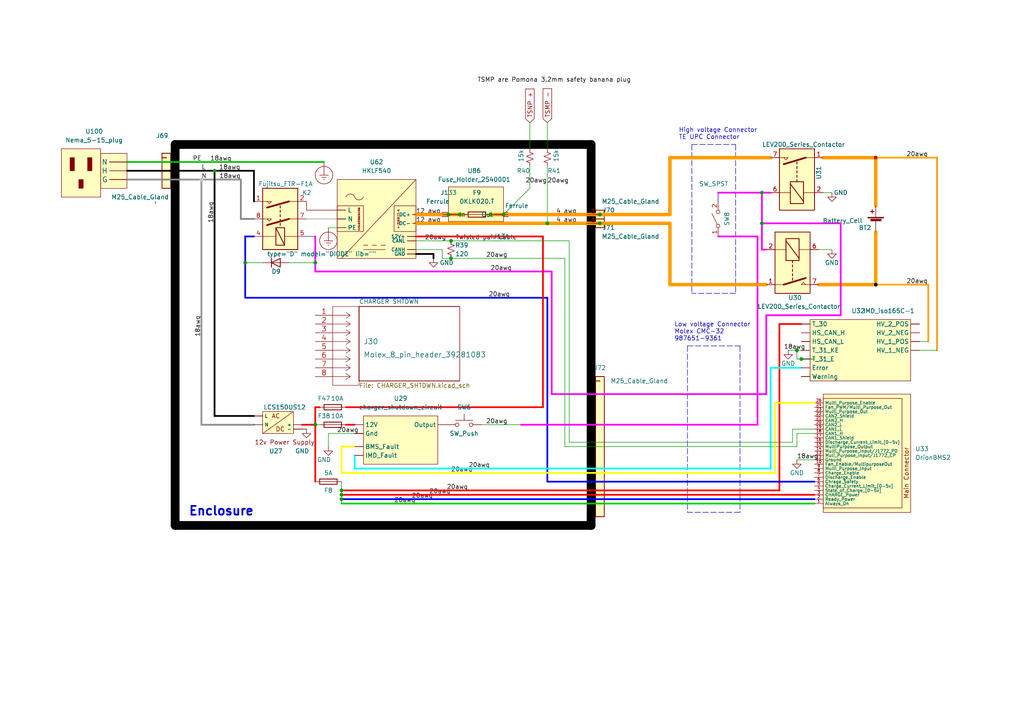
<source format=kicad_sch>
(kicad_sch (version 20211123) (generator eeschema)
  (paper "A4")
  (lib_symbols
    (symbol "BMSOrion2:IMD_iso165C-1"
      (property "Reference" "U" (at 5.08 -8.89 0))
      (property "Value" "IMD_iso165C-1" (at 5.08 11.43 0))
      (symbol "IMD_iso165C-1_0_1"
        (rectangle (start -8.89 10.16) (end 20.32 -7.62) (fill (type background)))
      )
      (symbol "IMD_iso165C-1_1_0"
        (pin output line (at -11.43 -3.81 0) (length 2.54) (name "Error") (number ""))
        (pin bidirectional line (at -11.43 6.35 0) (length 2.54) (name "HS_CAN_H") (number ""))
        (pin bidirectional line (at -11.43 3.81 0) (length 2.54) (name "HS_CAN_L") (number ""))
        (pin input line (at 22.86 1.27 180) (length 2.54) (name "HV_1_NEG") (number ""))
        (pin input line (at 22.86 3.81 180) (length 2.54) (name "HV_1_POS") (number ""))
        (pin input line (at 22.86 6.35 180) (length 2.54) (name "HV_2_NEG") (number ""))
        (pin input line (at 22.86 8.89 180) (length 2.54) (name "HV_2_POS") (number ""))
        (pin input line (at -11.43 8.89 0) (length 2.54) (name "T_30") (number ""))
        (pin input line (at -11.43 -1.27 0) (length 2.54) (name "T_31_E") (number ""))
        (pin input line (at -11.43 1.27 0) (length 2.54) (name "T_31_KE") (number ""))
        (pin output line (at -11.43 -6.35 0) (length 2.54) (name "Warning") (number ""))
      )
    )
    (symbol "BMSOrion2:LEV200_Series_Contactor"
      (property "Reference" "U" (at 0 0 0))
      (property "Value" "LEV200_Series_Contactor" (at 20.32 7.62 0))
      (symbol "LEV200_Series_Contactor_0_0"
        (polyline (pts (xy 5.08 12.7) (xy 5.08 10.16) (xy 4.445 10.795) (xy 5.08 11.43)))
      )
      (symbol "LEV200_Series_Contactor_0_1"
        (rectangle (start -10.16 12.7) (end 7.62 2.54) (stroke (width 0.254)) (fill (type background)))
        (rectangle (start -8.255 9.525) (end -1.905 5.715) (stroke (width 0.254)))
        (polyline (pts (xy -7.62 5.715) (xy -2.54 9.525)) (stroke (width 0.254)))
        (polyline (pts (xy -5.08 2.54) (xy -5.08 5.715)))
        (polyline (pts (xy -5.08 12.7) (xy -5.08 9.525)))
        (polyline (pts (xy -1.905 7.62) (xy -1.27 7.62)) (stroke (width 0.254)))
        (polyline (pts (xy -0.635 7.62) (xy 0 7.62)) (stroke (width 0.254)))
        (polyline (pts (xy 0.635 7.62) (xy 1.27 7.62)) (stroke (width 0.254)))
        (polyline (pts (xy 1.905 7.62) (xy 2.54 7.62)) (stroke (width 0.254)))
        (polyline (pts (xy 3.175 7.62) (xy 3.81 7.62)) (stroke (width 0.254)))
        (polyline (pts (xy 5.08 5.08) (xy 3.175 11.43)) (stroke (width 0.508)))
        (polyline (pts (xy 5.08 5.08) (xy 5.08 2.54)))
      )
      (symbol "LEV200_Series_Contactor_1_1"
        (pin passive line (at 5.08 0 90) (length 2.54) (name "~") (number "1"))
        (pin passive line (at 5.08 0 90) (length 2.54) hide (name "~") (number "14"))
        (pin passive line (at -5.08 0 90) (length 2.54) (name "~") (number "2"))
        (pin passive line (at -5.08 15.24 270) (length 2.54) (name "~") (number "6"))
        (pin passive line (at 5.08 15.24 270) (length 2.54) (name "~") (number "7"))
        (pin passive line (at 5.08 15.24 270) (length 2.54) hide (name "~") (number "8"))
      )
    )
    (symbol "BMSOrion2:SMPS1"
      (property "Reference" "U2" (at -1.27 -7.62 0))
      (property "Value" "LCS150US12" (at 1.27 5.08 0))
      (symbol "SMPS1_0_0"
        (text "12v Power Supply" (at 1.27 -5.08 0) (effects (font (size 1.27 1.27))))
        (text "AC" (at -1.27 2.54 0) (effects (font (size 1.27 1.27))))
        (text "DC" (at 0 -1.27 0) (effects (font (size 1.27 1.27))))
      )
      (symbol "SMPS1_0_1"
        (rectangle (start -5.08 3.81) (end 3.81 -2.54) (fill (type background)))
        (polyline (pts (xy -5.08 -2.54) (xy 3.81 3.81)))
      )
      (symbol "SMPS1_1_1"
        (pin output line (at 6.35 0 180) (length 2.54) (name "+") (number ""))
        (pin output line (at 6.35 -1.27 180) (length 2.54) (name "-") (number ""))
        (pin input line (at -7.62 2.54 0) (length 2.54) (name "L") (number ""))
        (pin input line (at -7.62 0 0) (length 2.54) (name "N") (number ""))
      )
    )
    (symbol "BMSOrion2:charger_shutdown_circuit"
      (property "Reference" "U" (at -7.62 7.62 0))
      (property "Value" "charger_shutdown_circuit" (at -7.62 24.13 0))
      (symbol "charger_shutdown_circuit_0_1"
        (rectangle (start -19.05 22.86) (end 2.54 8.89) (fill (type background)))
      )
      (symbol "charger_shutdown_circuit_1_1"
        (pin input line (at -21.59 20.32 0) (length 2.54) (name "12V") (number ""))
        (pin input line (at -21.59 13.97 0) (length 2.54) (name "BMS_Fault") (number ""))
        (pin input line (at -21.59 17.78 0) (length 2.54) (name "Gnd") (number ""))
        (pin input line (at -21.59 11.43 0) (length 2.54) (name "IMD_Fault") (number ""))
        (pin output line (at 5.08 20.32 180) (length 2.54) (name "Output") (number ""))
      )
    )
    (symbol "BMSOrion:OrionBMS2"
      (property "Reference" "U?" (at 3.81 -16.5099 0))
      (property "Value" "OrionBMS2" (at 3.81 -19.0499 0))
      (symbol "OrionBMS2_0_0"
        (text "Main Connector" (at -20.32 -6.35 0) (effects (font (size 1.27 1.27))))
      )
      (symbol "OrionBMS2_0_1"
        (rectangle (start -31.75 -5.08) (end 2.54 -30.48) (fill (type background)))
        (rectangle (start -30.48 -7.62) (end 1.27 -30.48) (fill (type background)))
      )
      (symbol "OrionBMS2_1_1"
        (pin input line (at -29.21 -33.02 90) (length 2.54) (name "Always_On") (number "1"))
        (pin output line (at -17.78 -33.02 90) (length 2.54) (name "Fan_Enable/MultipurposeOut") (number "10"))
        (pin passive line (at -16.51 -33.02 90) (length 2.54) (name "Ground") (number "12"))
        (pin input line (at -15.24 -33.02 90) (length 2.54) (name "Muli_Purpose_Input/J1772_CP") (number "13"))
        (pin input line (at -13.97 -33.02 90) (length 2.54) (name "Multi_Purpose_Input/J1772_PD") (number "14"))
        (pin output line (at -12.7 -33.02 90) (length 2.54) (name "MultiPurpose_Output") (number "15"))
        (pin output line (at -11.43 -33.02 90) (length 2.54) (name "Discharge_Current_Limit_[0-5v]") (number "16"))
        (pin bidirectional line (at -10.16 -33.02 90) (length 2.54) (name "CAN1_Shield") (number "17"))
        (pin bidirectional line (at -8.89 -33.02 90) (length 2.54) (name "CAN1_H") (number "18"))
        (pin bidirectional line (at -7.62 -33.02 90) (length 2.54) (name "CAN1_L") (number "19"))
        (pin input line (at -27.94 -33.02 90) (length 2.54) (name "Ready_Power") (number "2"))
        (pin bidirectional line (at -6.35 -33.02 90) (length 2.54) (name "CAN2_L") (number "20"))
        (pin bidirectional line (at -5.08 -33.02 90) (length 2.54) (name "CAN2_H") (number "21"))
        (pin bidirectional line (at -3.81 -33.02 90) (length 2.54) (name "CAN2_Shield") (number "22"))
        (pin output line (at -2.54 -33.02 90) (length 2.54) (name "Multi_Purpose_Out") (number "23"))
        (pin output line (at -1.27 -33.02 90) (length 2.54) (name "Fan_PWM/Multi_Purpose_Out") (number "24"))
        (pin output line (at 0 -33.02 90) (length 2.54) (name "Multi_Purpose_Enable") (number "26"))
        (pin input line (at -26.67 -33.02 90) (length 2.54) (name "CHARGE_Power") (number "3"))
        (pin output line (at -25.4 -33.02 90) (length 2.54) (name "State_of_Charge_[0-5v]") (number "4"))
        (pin output line (at -24.13 -33.02 90) (length 2.54) (name "Charge_Current_Limit_[0-5v]") (number "5"))
        (pin output line (at -22.86 -33.02 90) (length 2.54) (name "Chrage_Safety") (number "6"))
        (pin output line (at -21.59 -33.02 90) (length 2.54) (name "Discharge_Enable") (number "7"))
        (pin output line (at -20.32 -33.02 90) (length 2.54) (name "Charge_Enable") (number "8"))
        (pin input line (at -19.05 -33.02 90) (length 2.54) (name "Multi_Purpose_Input") (number "9"))
      )
    )
    (symbol "Device:Battery_Cell" (pin_numbers hide) (pin_names (offset 0) hide)
      (property "Reference" "BT" (at 2.54 2.54 0))
      (property "Value" "Battery_Cell" (at 2.54 0 0))
      (symbol "Battery_Cell_0_1"
        (rectangle (start -2.286 1.778) (end 2.286 1.524) (fill (type outline)))
        (rectangle (start -1.5748 1.1938) (end 1.4732 0.6858) (fill (type outline)))
        (polyline (pts (xy 0 0.762) (xy 0 0)))
        (polyline (pts (xy 0 1.778) (xy 0 2.54)))
        (polyline (pts (xy 0.508 3.429) (xy 1.524 3.429)) (stroke (width 0.254)))
        (polyline (pts (xy 1.016 3.937) (xy 1.016 2.921)) (stroke (width 0.254)))
      )
      (symbol "Battery_Cell_1_1"
        (pin passive line (at 0 5.08 270) (length 2.54) (name "+") (number "1"))
        (pin passive line (at 0 -2.54 90) (length 2.54) (name "-") (number "2"))
      )
    )
    (symbol "Device:Fuse" (pin_numbers hide) (pin_names (offset 0))
      (property "Reference" "F" (at 2.032 0 90))
      (property "Value" "Fuse" (at -1.905 0 90))
      (symbol "Fuse_0_1"
        (rectangle (start -0.762 -2.54) (end 0.762 2.54) (stroke (width 0.254)))
        (polyline (pts (xy 0 2.54) (xy 0 -2.54)))
      )
      (symbol "Fuse_1_1"
        (pin passive line (at 0 3.81 270) (length 1.27) (name "~") (number "1"))
        (pin passive line (at 0 -3.81 90) (length 1.27) (name "~") (number "2"))
      )
    )
    (symbol "Device:R_Small_US" (pin_numbers hide) (pin_names (offset 0.254) hide)
      (property "Reference" "R" (at 0.762 0.508 0))
      (property "Value" "R_Small_US" (at 0.762 -1.016 0))
      (symbol "R_Small_US_1_1"
        (polyline (pts (xy 0 0) (xy 1.016 -0.381) (xy 0 -0.762) (xy -1.016 -1.143) (xy 0 -1.524)))
        (polyline (pts (xy 0 1.524) (xy 1.016 1.143) (xy 0 0.762) (xy -1.016 0.381) (xy 0 0)))
        (pin passive line (at 0 2.54 270) (length 1.016) (name "~") (number "1"))
        (pin passive line (at 0 -2.54 90) (length 1.016) (name "~") (number "2"))
      )
    )
    (symbol "FSAE DMS-23 Components:Ferrule" (pin_numbers hide) (pin_names (offset 1.016) hide)
      (property "Reference" "J" (at 0 2.54 0))
      (property "Value" "Ferrule" (at 0 -2.54 0))
      (symbol "Ferrule_0_1"
        (polyline (pts (xy 0 -0.635) (xy 3.81 -0.635)))
        (polyline (pts (xy 0 0.635) (xy 0 -0.635)))
        (polyline (pts (xy 0 0.635) (xy 3.81 0.635)))
      )
      (symbol "Ferrule_1_1"
        (polyline (pts (xy 1.27 0) (xy 0.8636 0)) (stroke (width 0.1524)))
        (rectangle (start 0.8636 0.127) (end 0 -0.127) (stroke (width 0.1524)) (fill (type outline)))
        (pin passive line (at 5.08 0 180) (length 5) (name "Pin_1") (number "1"))
      )
    )
    (symbol "FSAE DMS-23 Components:Fuse_Holder_2540001"
      (property "Reference" "U" (at -9 4 0))
      (property "Value" "Fuse_Holder_2540001" (at 0 9 0))
      (symbol "Fuse_Holder_2540001_0_1"
        (rectangle (start -7 8) (end 9 -2) (fill (type background)))
      )
      (symbol "Fuse_Holder_2540001_1_1"
        (pin input line (at -7 0 0) (length 2.54) (name "In") (number ""))
        (pin output line (at 9 0 180) (length 2.54) (name "Out") (number ""))
      )
    )
    (symbol "FSAE DMS-23 Components:HKLF540"
      (property "Reference" "U28" (at 1.27 -6.35 0))
      (property "Value" "HKLF540" (at 0 13.97 0))
      (symbol "HKLF540_0_0"
        (rectangle (start -10.16 10.16) (end -2.54 2.7))
        (rectangle (start 6.35 10.16) (end 12.7 2.7) (fill (type background)))
        (text "4-2103177-5" (at 7.62 6.35 900) (effects (font (size 0.5 0.5))))
        (text "HVSL633063A106I" (at -3.81 6.35 900) (effects (font (size 0.5 0.5))))
      )
      (symbol "HKLF540_0_1"
        (rectangle (start -10.16 17.78) (end 12.7 -5.08) (fill (type background)))
        (arc (start -5.08 12.7001) (mid -6.35 13.5721) (end -7.62 12.7001))
        (arc (start -5.08 12.6999) (mid -3.81 11.8716) (end -2.54 12.6999))
        (polyline (pts (xy -2.54 -2.54) (xy 3.81 -2.54)))
        (polyline (pts (xy -2.54 -1.27) (xy -1.27 -1.27)))
        (polyline (pts (xy 0 -1.27) (xy 1.27 -1.27)))
        (polyline (pts (xy 2.54 -1.27) (xy 3.81 -1.27)))
        (polyline (pts (xy 12.7 17.78) (xy -8.89 -5.08)))
      )
      (symbol "HKLF540_1_0"
        (pin output line (at 12.7 7.62 180) (length 1) (name "DC+") (number ""))
        (pin output line (at 12.7 5.08 180) (length 1) (name "DC-") (number ""))
        (pin input line (at -10.16 8.89 0) (length 2.54) (name "L") (number ""))
        (pin input line (at -10.16 6.35 0) (length 2.54) (name "N") (number ""))
        (pin input line (at -10.16 3.81 0) (length 2.54) (name "PE") (number ""))
      )
      (symbol "HKLF540_1_1"
        (pin bidirectional line (at 12.7 1.27 180) (length 2.54) (name "12V+") (number ""))
        (pin bidirectional line (at 12.7 -2.54 180) (length 2.54) (name "CANH") (number ""))
        (pin bidirectional line (at 12.7 0 180) (length 2.54) (name "CANL") (number ""))
        (pin bidirectional line (at 12.7 -3.81 180) (length 2.54) (name "GND") (number ""))
      )
    )
    (symbol "FSAE DMS-23 Components:M25_Cable_Gland" (pin_names (offset 1.016) hide)
      (property "Reference" "J?" (at -1.2065 6.35 0))
      (property "Value" "M25_Cable_Gland" (at -1.2065 3.81 0))
      (symbol "M25_Cable_Gland_1_1"
        (rectangle (start -1.27 0.127) (end 0 -0.127) (stroke (width 0.1524)))
        (rectangle (start -1.27 1.27) (end 1.27 -8.89) (stroke (width 0.254)) (fill (type background)))
      )
    )
    (symbol "FSAE DMS-23 Components:Molex_8_pin_header_39281083" (pin_names (offset 0.254) hide)
      (property "Reference" "J" (at 8.89 6.35 0))
      (property "Value" "Molex_8_pin_header_39281083" (at 10.16 -10.16 0))
      (symbol "Molex_8_pin_header_39281083_1_1"
        (polyline (pts (xy 5.08 -20.32) (xy 12.7 -20.32)) (stroke (width 0.127)))
        (polyline (pts (xy 5.08 2.54) (xy 5.08 -20.32)) (stroke (width 0.127)))
        (polyline (pts (xy 10.16 -17.78) (xy 5.08 -17.78)) (stroke (width 0.127)))
        (polyline (pts (xy 10.16 -17.78) (xy 8.89 -18.6182)) (stroke (width 0.127)))
        (polyline (pts (xy 10.16 -17.78) (xy 8.89 -16.9418)) (stroke (width 0.127)))
        (polyline (pts (xy 10.16 -15.24) (xy 5.08 -15.24)) (stroke (width 0.127)))
        (polyline (pts (xy 10.16 -15.24) (xy 8.89 -16.0782)) (stroke (width 0.127)))
        (polyline (pts (xy 10.16 -15.24) (xy 8.89 -14.4018)) (stroke (width 0.127)))
        (polyline (pts (xy 10.16 -12.7) (xy 5.08 -12.7)) (stroke (width 0.127)))
        (polyline (pts (xy 10.16 -12.7) (xy 8.89 -13.5382)) (stroke (width 0.127)))
        (polyline (pts (xy 10.16 -12.7) (xy 8.89 -11.8618)) (stroke (width 0.127)))
        (polyline (pts (xy 10.16 -10.16) (xy 5.08 -10.16)) (stroke (width 0.127)))
        (polyline (pts (xy 10.16 -10.16) (xy 8.89 -10.9982)) (stroke (width 0.127)))
        (polyline (pts (xy 10.16 -10.16) (xy 8.89 -9.3218)) (stroke (width 0.127)))
        (polyline (pts (xy 10.16 -7.62) (xy 5.08 -7.62)) (stroke (width 0.127)))
        (polyline (pts (xy 10.16 -7.62) (xy 8.89 -8.4582)) (stroke (width 0.127)))
        (polyline (pts (xy 10.16 -7.62) (xy 8.89 -6.7818)) (stroke (width 0.127)))
        (polyline (pts (xy 10.16 -5.08) (xy 5.08 -5.08)) (stroke (width 0.127)))
        (polyline (pts (xy 10.16 -5.08) (xy 8.89 -5.9182)) (stroke (width 0.127)))
        (polyline (pts (xy 10.16 -5.08) (xy 8.89 -4.2418)) (stroke (width 0.127)))
        (polyline (pts (xy 10.16 -2.54) (xy 5.08 -2.54)) (stroke (width 0.127)))
        (polyline (pts (xy 10.16 -2.54) (xy 8.89 -3.3782)) (stroke (width 0.127)))
        (polyline (pts (xy 10.16 -2.54) (xy 8.89 -1.7018)) (stroke (width 0.127)))
        (polyline (pts (xy 10.16 0) (xy 5.08 0)) (stroke (width 0.127)))
        (polyline (pts (xy 10.16 0) (xy 8.89 -0.8382)) (stroke (width 0.127)))
        (polyline (pts (xy 10.16 0) (xy 8.89 0.8382)) (stroke (width 0.127)))
        (polyline (pts (xy 12.7 -20.32) (xy 12.7 2.54)) (stroke (width 0.127)))
        (polyline (pts (xy 12.7 2.54) (xy 5.08 2.54)) (stroke (width 0.127)))
        (pin unspecified line (at 0 0 0) (length 5.08) (name "1") (number "1"))
        (pin unspecified line (at 0 -2.54 0) (length 5.08) (name "2") (number "2"))
        (pin unspecified line (at 0 -5.08 0) (length 5.08) (name "3") (number "3"))
        (pin unspecified line (at 0 -7.62 0) (length 5.08) (name "4") (number "4"))
        (pin unspecified line (at 0 -10.16 0) (length 5.08) (name "5") (number "5"))
        (pin unspecified line (at 0 -12.7 0) (length 5.08) (name "6") (number "6"))
        (pin unspecified line (at 0 -15.24 0) (length 5.08) (name "7") (number "7"))
        (pin unspecified line (at 0 -17.78 0) (length 5.08) (name "8") (number "8"))
      )
    )
    (symbol "FSAE DMS-23 Components:Nema_5-15_plug"
      (property "Reference" "U" (at 0 0 0))
      (property "Value" "Nema_5-15_plug" (at 0 -6.35 0))
      (symbol "Nema_5-15_plug_0_1"
        (rectangle (start -10.16 11.43) (end 1.27 -2.54) (fill (type background)))
        (rectangle (start -7.62 8.89) (end -6.35 5.08) (fill (type outline)))
        (rectangle (start -5.08 2.54) (end -3.81 0) (fill (type outline)))
        (rectangle (start -2.54 8.89) (end -1.27 5.08) (fill (type outline)))
        (rectangle (start 1.27 10.16) (end 8.89 0) (fill (type background)))
      )
      (symbol "Nema_5-15_plug_1_1"
        (pin unspecified line (at 8.89 2.54 180) (length 5.08) (name "G") (number ""))
        (pin unspecified line (at 8.89 5.08 180) (length 5.08) (name "H") (number ""))
        (pin unspecified line (at 8.89 7.62 180) (length 5.08) (name "N") (number ""))
      )
    )
    (symbol "GND_1" (power) (pin_numbers hide) (pin_names (offset 0) hide)
      (property "Value" "GND_1" (at 0 -3.81 0))
      (symbol "GND_1_0_1"
        (polyline (pts (xy 0 0) (xy 0 -1.27) (xy 1.27 -1.27) (xy 0 -2.54) (xy -1.27 -1.27) (xy 0 -1.27)))
      )
      (symbol "GND_1_1_1"
        (pin power_in line (at 0 0 270) (length 0) hide (name "GND") (number "1"))
      )
    )
    (symbol "M25_Cable_Gland_1" (pin_names (offset 1.016) hide)
      (property "Reference" "J" (at 0 2.54 0))
      (property "Value" "M25_Cable_Gland_1" (at 0 -2.54 0))
      (symbol "M25_Cable_Gland_1_1_1"
        (rectangle (start -1.27 0.127) (end 0 -0.127) (stroke (width 0.1524)))
        (rectangle (start -1.27 1.27) (end 1.27 -1.27) (stroke (width 0.254)) (fill (type background)))
        (pin passive line (at 0 0 180) (length 3.81) (name "Pin_1") (number "1"))
      )
    )
    (symbol "M25_Cable_Gland_2" (pin_names (offset 1.016) hide)
      (property "Reference" "J?" (at -1.2065 6.35 0))
      (property "Value" "M25_Cable_Gland" (at -1.2065 3.81 0))
      (symbol "M25_Cable_Gland_2_1_1"
        (rectangle (start -1.27 0.127) (end 0 -0.127) (stroke (width 0.1524)))
        (rectangle (start -1.27 1.27) (end 1.27 -39.37) (stroke (width 0.254)) (fill (type background)))
      )
    )
    (symbol "Relay:Fujitsu_FTR-F1A"
      (property "Reference" "K" (at 0 12.7 0))
      (property "Value" "Fujitsu_FTR-F1A" (at 0 10.16 0))
      (symbol "Fujitsu_FTR-F1A_0_1"
        (rectangle (start -1.27 7.62) (end 1.27 2.54) (stroke (width 0.254)))
        (polyline (pts (xy -1.27 7.62) (xy 1.27 2.54)) (stroke (width 0.254)))
      )
      (symbol "Fujitsu_FTR-F1A_1_1"
        (polyline (pts (xy -2.54 -5.08) (xy -5.08 -5.08)))
        (polyline (pts (xy -2.54 -5.08) (xy 3.81 -3.302)) (stroke (width 0.508)))
        (polyline (pts (xy -2.54 0) (xy -5.08 0)))
        (polyline (pts (xy -2.54 0) (xy 3.81 1.778)) (stroke (width 0.508)))
        (polyline (pts (xy 0 -3.175) (xy 0 -3.81)) (stroke (width 0.254)))
        (polyline (pts (xy 0 -1.905) (xy 0 -2.54)) (stroke (width 0.254)))
        (polyline (pts (xy 0 -0.635) (xy 0 -1.27)) (stroke (width 0.254)))
        (polyline (pts (xy 0 0.635) (xy 0 0)) (stroke (width 0.254)))
        (polyline (pts (xy 0 1.905) (xy 0 1.27)) (stroke (width 0.254)))
        (polyline (pts (xy 5.08 5.08) (xy 1.27 5.08)))
        (polyline (pts (xy -5.08 5.08) (xy -1.27 5.08) (xy -1.524 5.08)))
        (polyline (pts (xy 5.08 -5.08) (xy 2.54 -5.08) (xy 3.175 -4.445) (xy 3.81 -5.08)))
        (polyline (pts (xy 5.08 0) (xy 2.54 0) (xy 3.175 0.635) (xy 3.81 0)))
        (rectangle (start 5.08 8.89) (end -5.08 -8.89) (stroke (width 0.254)) (fill (type background)))
        (pin passive line (at 7.62 -5.08 180) (length 2.54) (name "~") (number "1"))
        (pin passive line (at -7.62 -5.08 0) (length 2.54) (name "~") (number "2"))
        (pin passive line (at 7.62 5.08 180) (length 2.54) (name "~") (number "4"))
        (pin passive line (at -7.62 5.08 0) (length 2.54) (name "~") (number "5"))
        (pin passive line (at -7.62 0 0) (length 2.54) (name "~") (number "7"))
        (pin passive line (at 7.62 0 180) (length 2.54) (name "~") (number "8"))
      )
    )
    (symbol "Simulation_SPICE:DIODE" (pin_numbers hide) (pin_names (offset 1.016) hide)
      (property "Reference" "D" (at 0 2.54 0))
      (property "Value" "DIODE" (at 0 -2.54 0))
      (symbol "DIODE_0_1"
        (polyline (pts (xy 1.27 0) (xy -1.27 0)))
        (polyline (pts (xy 1.27 1.27) (xy 1.27 -1.27)) (stroke (width 0.254)))
        (polyline (pts (xy -1.27 -1.27) (xy -1.27 1.27) (xy 1.27 0) (xy -1.27 -1.27)) (stroke (width 0.254)))
      )
      (symbol "DIODE_1_1"
        (pin passive line (at -3.81 0 0) (length 2.54) (name "A") (number "1"))
        (pin passive line (at 3.81 0 180) (length 2.54) (name "K") (number "2"))
      )
    )
    (symbol "Switch:SW_Push" (pin_numbers hide) (pin_names (offset 1.016) hide)
      (property "Reference" "SW" (at 1.27 2.54 0))
      (property "Value" "SW_Push" (at 0 -1.524 0))
      (symbol "SW_Push_0_1"
        (circle (center -2.032 0) (radius 0.508))
        (polyline (pts (xy 0 1.27) (xy 0 3.048)))
        (polyline (pts (xy 2.54 1.27) (xy -2.54 1.27)))
        (circle (center 2.032 0) (radius 0.508))
        (pin passive line (at -5.08 0 0) (length 2.54) (name "1") (number "1"))
        (pin passive line (at 5.08 0 180) (length 2.54) (name "2") (number "2"))
      )
    )
    (symbol "Switch:SW_SPST" (pin_names (offset 0) hide)
      (property "Reference" "SW" (at 0 3.175 0))
      (property "Value" "SW_SPST" (at 0 -2.54 0))
      (symbol "SW_SPST_0_0"
        (circle (center -2.032 0) (radius 0.508))
        (polyline (pts (xy -1.524 0.254) (xy 1.524 1.778)))
        (circle (center 2.032 0) (radius 0.508))
      )
      (symbol "SW_SPST_1_1"
        (pin passive line (at -5.08 0 0) (length 2.54) (name "A") (number "1"))
        (pin passive line (at 5.08 0 180) (length 2.54) (name "B") (number "2"))
      )
    )
    (symbol "power:Earth_Protective" (power) (pin_names (offset 0))
      (symbol "Earth_Protective_0_1"
        (circle (center 0 -3.81) (radius 2.54))
        (polyline (pts (xy -0.635 -4.445) (xy 0.635 -4.445)))
        (polyline (pts (xy -0.127 -5.08) (xy 0.127 -5.08)))
        (polyline (pts (xy 0 -3.81) (xy 0 0)))
        (polyline (pts (xy 1.27 -3.81) (xy -1.27 -3.81)))
      )
      (symbol "Earth_Protective_1_1"
        (pin power_in line (at 0 0 270) (length 0) hide (name "Earth_Protective") (number "1"))
      )
    )
    (symbol "power:GND" (power) (pin_names (offset 0))
      (property "Value" "GND" (at 0 -3.81 0))
      (symbol "GND_0_1"
        (polyline (pts (xy 0 0) (xy 0 -1.27) (xy 1.27 -1.27) (xy 0 -2.54) (xy -1.27 -1.27) (xy 0 -1.27)))
      )
      (symbol "GND_1_1"
        (pin power_in line (at 0 0 270) (length 0) hide (name "GND") (number "1"))
      )
    )
  )
  (junction (at 62.23 49.53))
  (junction (at 99.06 142.24))
  (junction (at 99.06 144.78))
  (junction (at 91.44 76.2))
  (junction (at 133.35 62.23))
  (junction (at 91.44 123.19))
  (junction (at 220.98 64.77))
  (junction (at 173.99 64.77))
  (junction (at 58.42 52.07) (color 194 194 194 1))
  (junction (at 146.05 62.23))
  (junction (at 231.14 101.6) (color 0 132 0 1))
  (junction (at 142.24 62.23))
  (junction (at 254 82.55) (color 0 0 0 1))
  (junction (at 158.75 64.77))
  (junction (at 232.41 104.14))
  (junction (at 130.05 62.23))
  (junction (at 71.12 76.2))
  (junction (at 130.81 69.85))
  (junction (at 99.06 143.51))
  (junction (at 173.99 62.23))
  (junction (at 130.81 74.93))
  (junction (at 220.98 55.88))
  (junction (at 254 45.72) (color 194 0 0 1))
  (wire (pts (xy 158.75 139.7) (xy 236.22 139.7)) (stroke (width 0.5) (color 0 0 255 1)))
  (wire (pts (xy 99.06 142.24) (xy 99.06 139.7)))
  (wire (pts (xy 231.14 133.35) (xy 236.22 133.35)))
  (wire (pts (xy 208.28 58.42) (xy 208.28 55.88)) (stroke (width 0) (color 0 0 194 1)))
  (wire (pts (xy 254 67.31) (xy 254 82.55)) (stroke (width 1) (color 255 153 0 1)))
  (wire (pts (xy 95.25 125.73) (xy 102.87 125.73)))
  (wire (pts (xy 158.75 139.7) (xy 158.75 86.36)) (stroke (width 0.5) (color 0 0 255 1)))
  (wire (pts (xy 36.83 49.53) (xy 62.23 49.53)) (stroke (width 0.5) (color 0 0 0 1)))
  (wire (pts (xy 194.31 64.77) (xy 194.31 82.55)) (stroke (width 1) (color 255 153 0 1)))
  (wire (pts (xy 153.67 48.26) (xy 153.67 54.61)))
  (wire (pts (xy 58.42 52.07) (xy 58.42 123.19)) (stroke (width 0.5) (color 132 132 132 1)))
  (polyline (pts (xy 213.36 41.91) (xy 213.36 85.09)))
  (wire (pts (xy 222.25 91.44) (xy 222.25 114.3)) (stroke (width 0.5) (color 255 0 255 1)))
  (wire (pts (xy 62.23 120.65) (xy 73.66 120.65)) (stroke (width 0.5) (color 0 0 0 1)))
  (wire (pts (xy 222.25 91.44) (xy 243.84 91.44)) (stroke (width 0.5) (color 255 0 255 1)))
  (wire (pts (xy 194.31 82.55) (xy 222.25 82.55)) (stroke (width 1) (color 255 153 0 1)))
  (wire (pts (xy 120.65 68.58) (xy 157.48 68.58)) (stroke (width 0.5) (color 255 0 0 1)))
  (polyline (pts (xy 171.45 152.4) (xy 50.8 152.4)) (stroke (width 2.54) (type solid) (color 0 0 0 1)))
  (wire (pts (xy 99.06 129.54) (xy 99.06 137.16)) (stroke (width 0.5) (color 255 255 0 1)))
  (wire (pts (xy 151.13 123.19) (xy 139.7 123.19)))
  (wire (pts (xy 99.06 144.78) (xy 99.06 143.51)))
  (wire (pts (xy 95.25 66.04) (xy 97.79 66.04)) (stroke (width 0) (color 0 194 0 1)))
  (wire (pts (xy 220.98 55.88) (xy 220.98 64.77)) (stroke (width 0.5) (color 255 0 255 1)))
  (wire (pts (xy 120.65 62.23) (xy 130.05 62.23)) (stroke (width 1) (color 255 153 0 1)))
  (wire (pts (xy 231.14 101.6) (xy 231.14 104.14)) (stroke (width 0) (color 0 132 0 1)))
  (wire (pts (xy 125.73 73.66) (xy 125.73 74.93)) (stroke (width 0.5) (color 0 0 0 1)))
  (polyline (pts (xy 45.085 58.42) (xy 45.085 59.055)))
  (wire (pts (xy 88.9 58.42) (xy 88.9 60.96)) (stroke (width 0) (color 132 0 0 1)))
  (wire (pts (xy 99.06 143.51) (xy 99.06 142.24)))
  (wire (pts (xy 153.67 54.61) (xy 146.05 62.23)))
  (wire (pts (xy 231.14 125.73) (xy 236.22 125.73)))
  (wire (pts (xy 62.23 49.53) (xy 73.66 49.53)) (stroke (width 0.5) (color 0 0 0 1)))
  (wire (pts (xy 73.66 49.53) (xy 73.66 58.42)) (stroke (width 0.5) (color 0 0 0 1)))
  (wire (pts (xy 208.28 55.88) (xy 220.98 55.88)) (stroke (width 0.5) (color 255 0 255 1)))
  (wire (pts (xy 130.05 62.23) (xy 133.35 62.23)) (stroke (width 1) (color 255 153 0 1)))
  (wire (pts (xy 146.05 62.23) (xy 173.99 62.23)) (stroke (width 1) (color 255 153 0 1)))
  (wire (pts (xy 99.06 143.51) (xy 236.22 143.51)) (stroke (width 0.5) (color 255 0 0 1)))
  (wire (pts (xy 36.83 52.07) (xy 58.42 52.07)) (stroke (width 0.5) (color 132 132 132 1)))
  (wire (pts (xy 266.7 99.06) (xy 269.24 99.06)))
  (wire (pts (xy 238.76 55.88) (xy 241.3 55.88)))
  (polyline (pts (xy 213.36 85.09) (xy 200.66 85.09)))
  (wire (pts (xy 91.44 76.2) (xy 91.44 78.74)) (stroke (width 0.5) (color 255 0 255 1)))
  (wire (pts (xy 157.48 68.58) (xy 157.48 118.11)) (stroke (width 0.5) (color 255 0 0 1)))
  (wire (pts (xy 62.23 49.53) (xy 62.23 120.65)) (stroke (width 0.5) (color 0 0 0 1)))
  (wire (pts (xy 71.12 68.58) (xy 71.12 76.2)) (stroke (width 0.5) (color 0 0 255 1)))
  (wire (pts (xy 83.82 76.2) (xy 91.44 76.2)))
  (wire (pts (xy 102.87 132.08) (xy 102.87 135.89)) (stroke (width 0.5) (color 0 255 255 1)))
  (wire (pts (xy 91.44 68.58) (xy 91.44 76.2)) (stroke (width 0.5) (color 255 0 255 1)))
  (wire (pts (xy 91.44 123.19) (xy 92.71 123.19)))
  (wire (pts (xy 91.44 123.19) (xy 91.44 139.7)) (stroke (width 0.5) (color 255 0 0 1)))
  (wire (pts (xy 163.83 74.93) (xy 163.83 129.54)))
  (wire (pts (xy 71.12 76.2) (xy 76.2 76.2)))
  (wire (pts (xy 130.81 69.85) (xy 165.1 69.85)))
  (wire (pts (xy 158.75 35.56) (xy 158.75 43.18)))
  (wire (pts (xy 120.65 64.77) (xy 158.75 64.77)) (stroke (width 1) (color 255 153 0 1)))
  (wire (pts (xy 102.87 135.89) (xy 223.52 135.89)) (stroke (width 0.5) (color 0 255 255 1)))
  (wire (pts (xy 158.75 64.77) (xy 173.99 64.77)) (stroke (width 1) (color 255 153 0 1)))
  (wire (pts (xy 99.06 144.78) (xy 236.22 144.78)) (stroke (width 0.5) (color 0 0 255 0.32)))
  (wire (pts (xy 163.83 129.54) (xy 231.14 129.54)))
  (wire (pts (xy 173.99 64.77) (xy 194.31 64.77)) (stroke (width 1) (color 255 153 0 1)))
  (wire (pts (xy 73.66 63.5) (xy 69.85 63.5)) (stroke (width 0.5) (color 132 132 132 1)))
  (wire (pts (xy 99.06 142.24) (xy 226.06 142.24)) (stroke (width 0.5) (color 255 0 0 1)))
  (wire (pts (xy 88.9 63.5) (xy 97.79 63.5)) (stroke (width 0) (color 132 132 132 1)))
  (wire (pts (xy 231.14 101.6) (xy 232.41 101.6)) (stroke (width 0) (color 0 132 0 1)))
  (wire (pts (xy 128.27 74.93) (xy 128.27 72.39)))
  (wire (pts (xy 232.41 104.14) (xy 236.22 104.14)) (stroke (width 0) (color 0 132 0 1)))
  (wire (pts (xy 128.27 74.93) (xy 130.81 74.93)))
  (wire (pts (xy 220.98 64.77) (xy 220.98 72.39)) (stroke (width 0.5) (color 255 0 255 1)))
  (wire (pts (xy 236.22 104.14) (xy 232.41 104.14)))
  (wire (pts (xy 219.71 123.19) (xy 219.71 68.58)) (stroke (width 0.5) (color 255 0 255 1)))
  (wire (pts (xy 231.14 125.73) (xy 231.14 129.54)))
  (wire (pts (xy 99.06 137.16) (xy 224.79 137.16)) (stroke (width 0.5) (color 255 255 0 1)))
  (wire (pts (xy 224.79 116.84) (xy 236.22 116.84)) (stroke (width 0.5) (color 255 255 0 1)))
  (polyline (pts (xy 200.66 41.91) (xy 200.66 85.09)))
  (wire (pts (xy 269.24 99.06) (xy 269.24 82.55)) (stroke (width 0.5) (color 255 153 0 1)))
  (wire (pts (xy 238.76 45.72) (xy 254 45.72)) (stroke (width 1) (color 255 153 0 1)))
  (wire (pts (xy 220.98 64.77) (xy 243.84 64.77)) (stroke (width 0.5) (color 255 0 255 1)))
  (wire (pts (xy 120.65 72.39) (xy 128.27 72.39)))
  (wire (pts (xy 165.1 69.85) (xy 165.1 128.27)))
  (wire (pts (xy 229.87 124.46) (xy 229.87 128.27)))
  (wire (pts (xy 223.52 135.89) (xy 223.52 106.68)) (stroke (width 0.5) (color 0 255 255 1)))
  (wire (pts (xy 92.71 118.11) (xy 91.44 118.11)) (stroke (width 0.5) (color 255 0 0 1)))
  (wire (pts (xy 220.98 72.39) (xy 222.25 72.39)) (stroke (width 0.5) (color 255 0 255 1)))
  (wire (pts (xy 231.14 104.14) (xy 232.41 104.14)) (stroke (width 0) (color 0 132 0 1)))
  (wire (pts (xy 158.75 48.26) (xy 158.75 64.77)))
  (wire (pts (xy 91.44 76.2) (xy 91.44 78.74)))
  (wire (pts (xy 88.9 68.58) (xy 91.44 68.58)) (stroke (width 0) (color 0 0 255 1)))
  (wire (pts (xy 95.25 129.54) (xy 95.25 125.73)))
  (wire (pts (xy 219.71 68.58) (xy 208.28 68.58)) (stroke (width 0.5) (color 255 0 255 1)))
  (polyline (pts (xy 50.8 41.91) (xy 171.45 41.91)) (stroke (width 2.54) (type solid) (color 0 0 0 1)))
  (wire (pts (xy 88.9 124.46) (xy 87.63 124.46)) (stroke (width 0) (color 0 0 0 1)))
  (wire (pts (xy 71.12 68.58) (xy 73.66 68.58)) (stroke (width 0.5) (color 0 0 255 1)))
  (wire (pts (xy 58.42 123.19) (xy 73.66 123.19)) (stroke (width 0.5) (color 132 132 132 1)))
  (wire (pts (xy 71.12 76.2) (xy 71.12 86.36)) (stroke (width 0.5) (color 0 0 255 1)))
  (wire (pts (xy 99.06 129.54) (xy 102.87 129.54)) (stroke (width 0.5) (color 255 255 0 1)))
  (wire (pts (xy 100.33 123.19) (xy 102.87 123.19)) (stroke (width 0.5) (color 255 0 0 1)))
  (wire (pts (xy 223.52 106.68) (xy 232.41 106.68)) (stroke (width 0.5) (color 0 255 255 1)))
  (wire (pts (xy 142.24 62.23) (xy 146.05 62.23)) (stroke (width 1) (color 255 153 0 1)))
  (wire (pts (xy 160.02 78.74) (xy 91.44 78.74)) (stroke (width 0.5) (color 255 0 255 1)))
  (wire (pts (xy 228.6 101.6) (xy 231.14 101.6)) (stroke (width 0) (color 0 132 0 1)))
  (wire (pts (xy 157.48 118.11) (xy 100.33 118.11)) (stroke (width 0.5) (color 255 0 0 1)))
  (wire (pts (xy 224.79 137.16) (xy 224.79 116.84)) (stroke (width 0.5) (color 255 255 0 1)))
  (wire (pts (xy 71.12 86.36) (xy 158.75 86.36)) (stroke (width 0.5) (color 0 0 255 1)))
  (wire (pts (xy 243.84 64.77) (xy 243.84 91.44)) (stroke (width 0.5) (color 255 0 255 1)))
  (wire (pts (xy 120.65 69.85) (xy 130.81 69.85)))
  (polyline (pts (xy 199.39 100.33) (xy 199.39 148.59)))
  (wire (pts (xy 254 82.55) (xy 269.24 82.55)) (stroke (width 0.5) (color 255 153 0 1)))
  (polyline (pts (xy 50.8 41.91) (xy 50.8 152.4)) (stroke (width 2.54) (type solid) (color 0 0 0 1)))
  (wire (pts (xy 99.06 146.05) (xy 99.06 144.78)))
  (wire (pts (xy 36.83 46.99) (xy 93.98 46.99)) (stroke (width 0.5) (color 0 194 0 1)))
  (wire (pts (xy 237.49 82.55) (xy 254 82.55)) (stroke (width 1) (color 255 153 0 1)))
  (wire (pts (xy 232.41 93.98) (xy 226.06 93.98)) (stroke (width 0.5) (color 255 0 0 1)))
  (wire (pts (xy 220.98 55.88) (xy 223.52 55.88)) (stroke (width 0.5) (color 255 0 255 1)))
  (wire (pts (xy 58.42 52.07) (xy 69.85 52.07)) (stroke (width 0.5) (color 132 132 132 1)))
  (wire (pts (xy 222.25 114.3) (xy 160.02 114.3)) (stroke (width 0.5) (color 255 0 255 1)))
  (wire (pts (xy 271.78 101.6) (xy 271.78 45.72)) (stroke (width 0.5) (color 255 153 0 1)))
  (wire (pts (xy 223.52 45.72) (xy 194.31 45.72)) (stroke (width 1) (color 255 153 0 1)))
  (wire (pts (xy 226.06 93.98) (xy 226.06 142.24)) (stroke (width 0.5) (color 255 0 0 1)))
  (wire (pts (xy 88.9 60.96) (xy 97.79 60.96)) (stroke (width 0) (color 132 0 0 1)))
  (wire (pts (xy 87.63 123.19) (xy 91.44 123.19)) (stroke (width 0.5) (color 255 0 0 1)))
  (wire (pts (xy 69.85 63.5) (xy 69.85 52.07)) (stroke (width 0.5) (color 132 132 132 1)))
  (polyline (pts (xy 214.63 148.59) (xy 199.39 148.59)))
  (wire (pts (xy 120.65 73.66) (xy 125.73 73.66)) (stroke (width 0.5) (color 0 0 0 1)))
  (wire (pts (xy 142.13 62.23) (xy 142.24 62.23)) (stroke (width 1) (color 255 153 0 1)))
  (wire (pts (xy 266.7 101.6) (xy 271.78 101.6)))
  (wire (pts (xy 160.02 78.74) (xy 160.02 114.3)) (stroke (width 0.5) (color 255 0 255 1)))
  (polyline (pts (xy 199.39 100.33) (xy 214.63 100.33)))
  (wire (pts (xy 153.67 35.56) (xy 153.67 43.18)))
  (wire (pts (xy 236.22 146.05) (xy 99.06 146.05)) (stroke (width 0.5) (color 0 194 0 1)))
  (wire (pts (xy 229.87 124.46) (xy 236.22 124.46)))
  (polyline (pts (xy 200.66 41.91) (xy 213.36 41.91)))
  (wire (pts (xy 194.31 45.72) (xy 194.31 62.23)) (stroke (width 1) (color 255 153 0 1)))
  (wire (pts (xy 237.49 72.39) (xy 241.3 72.39)))
  (wire (pts (xy 165.1 128.27) (xy 229.87 128.27)))
  (wire (pts (xy 254 45.72) (xy 254 59.69)) (stroke (width 1) (color 255 153 0 1)))
  (polyline (pts (xy 214.63 100.33) (xy 214.63 148.59)))
  (polyline (pts (xy 171.45 41.91) (xy 171.45 152.4)) (stroke (width 2.54) (type solid) (color 0 0 0 1)))
  (wire (pts (xy 194.31 62.23) (xy 173.99 62.23)) (stroke (width 1) (color 255 153 0 1)))
  (wire (pts (xy 91.44 118.11) (xy 91.44 123.19)) (stroke (width 0.5) (color 255 0 0 1)))
  (wire (pts (xy 130.81 74.93) (xy 163.83 74.93)))
  (wire (pts (xy 151.13 123.19) (xy 219.71 123.19)) (stroke (width 0.5) (color 255 0 255 1)))
  (wire (pts (xy 133.35 62.23) (xy 134.51 62.23)) (stroke (width 1) (color 255 153 0 1)))
  (wire (pts (xy 254 45.72) (xy 271.78 45.72)) (stroke (width 0.5) (color 255 153 0 1)))
  (text "Enclosure" (at 54.61 149.86 0) (effects (font (size 2.54 2.54) (thickness 0.508) bold) (justify left bottom)))
  (text "High voltage Connector\nTE UPC Connector" (at 196.85 40.64 0) (effects (font (size 1.27 1.27)) (justify left bottom)))
  (text "Low voltage Connector\nMolex CMC-32\n987651-9361" (at 195.58 99.06 0) (effects (font (size 1.27 1.27)) (justify left bottom)))
  (label "20awg" (at 123.19 69.85 0))
  (label "20awg" (at 114.3 146.05 0))
  (label "20awg" (at 152.4 53.34 0))
  (label "20awg" (at 141.6906 86.36 0))
  (label "4 awg" (at 161.29 62.23 0))
  (label "20awg" (at 142.24 78.74 0))
  (label "20awg" (at 129.54 142.24 0))
  (label "Twisted pair cable" (at 132.08 69.85 0))
  (label "18awg" (at 62.23 58.42 270))
  (label "20awg" (at 119.38 144.78 0))
  (label "12 awg" (at 120.65 64.77 0))
  (label "18awg" (at 69.85 52.07 180))
  (label "20awg" (at 158.75 53.34 0))
  (label "L" (at 58.42 49.53 0))
  (label "20awg" (at 262.89 45.72 0))
  (label "20awg" (at 135.89 135.89 0))
  (label "12 awg" (at 120.65 62.23 0))
  (label "18awg" (at 58.42 91.44 270))
  (label "N" (at 58.42 52.07 0))
  (label "20awg" (at 97.79 125.73 0))
  (label "TSMP are Pomona 3.2mm safety banana plug" (at 138.43 24.13 0))
  (label "18awg" (at 227.33 101.6 0))
  (label "4 awg" (at 161.29 64.77 0))
  (label "PE" (at 55.88 46.99 0))
  (label "18awg" (at 231.14 133.35 0))
  (label "18awg" (at 63.5 49.53 0))
  (label "20awg" (at 124.46 143.51 0))
  (label "20awg" (at 130.81 137.16 0))
  (label "20awg" (at 262.89 82.55 0))
  (label "18awg" (at 60.96 46.99 0))
  (label "20awg" (at 140.97 74.93 0))
  (label "20awg" (at 140.97 123.19 0))
  (global_label "TSMP -" (shape input) (at 158.75 35.56 90) (property "Intersheet References" "${INTERSHEET_REFS}" (effects hide)))
  (global_label "TSNP +" (shape input) (at 153.67 35.56 90) (property "Intersheet References" "${INTERSHEET_REFS}" (effects hide)))
  (symbol (lib_id "Device:R_Small_US") (at 153.67 45.72 0) (unit 1)
    (property "Reference" "R40" (at 149.86 49.53 0) (effects (justify left)))
    (property "Value" "15k" (at 151.13 46.99 90) (effects (justify left)))
  )
  (symbol (lib_id "Device:Fuse") (at 138.32 62.23 270) (unit 1)
    (property "Reference" "F9" (at 138.32 55.88 90))
    (property "Value" "0KLK020.T" (at 138.32 58.42 90))
  )
  (symbol (lib_id "BMSOrion2:LEV200_Series_Contactor") (at 222.25 77.47 270) (unit 1)
    (property "Reference" "U30" (at 228.6 86.36 90) (effects (justify left)))
    (property "Value" "LEV200_Series_Contactor" (at 219.71 88.9 90) (effects (justify left)))
  )
  (symbol (lib_id "FSAE DMS-23 Components:M25_Cable_Gland") (at 48.26 45.72 0) (unit 1)
    (property "Reference" "J69" (at 47.0535 39.37 0))
    (property "Value" "M25_Cable_Gland" (at 40.64 57.15 0))
  )
  (symbol (lib_id "Switch:SW_Push") (at 134.62 123.19 0) (unit 1)
    (property "Reference" "SW6" (at 134.62 118.11 0))
    (property "Value" "SW_Push" (at 134.62 125.73 0))
  )
  (symbol (lib_id "Device:Fuse") (at 96.52 123.19 270) (unit 1)
    (property "Reference" "F38" (at 93.98 120.65 90))
    (property "Value" "10A" (at 97.79 120.65 90))
  )
  (symbol (lib_id "Simulation_SPICE:DIODE") (at 80.01 76.2 180) (unit 1)
    (property "Reference" "D9" (at 78.74 78.74 0) (effects (justify right)))
    (property "Value" "DIODE" (at 77.47 73.66 0) (effects (justify right)))
    (property "Spice_Netlist_Enabled" "Y" (effects hide))
    (property "Spice_Primitive" "D" (effects hide))
  )
  (symbol (lib_name "M25_Cable_Gland_1") (lib_id "FSAE DMS-23 Components:M25_Cable_Gland") (at 173.99 64.77 0) (unit 1)
    (property "Reference" "J71" (at 176.53 66.04 0))
    (property "Value" "M25_Cable_Gland" (at 182.88 68.58 0))
  )
  (symbol (lib_id "power:Earth_Protective") (at 93.98 46.99 0) (unit 1)
    (property "Reference" "#PWR031" (effects hide))
    (property "Value" "Earth_Protective" (effects hide))
  )
  (symbol (lib_id "power:GND") (at 241.3 72.39 0) (unit 1)
    (property "Reference" "#PWR038" (effects hide))
    (property "Value" "GND" (at 241.3 76.2 0))
  )
  (symbol (lib_id "Relay:Fujitsu_FTR-F1A") (at 81.28 63.5 180) (unit 1)
    (property "Reference" "K2" (at 87.63 55.88 0) (effects (justify right)))
    (property "Value" "Fujitsu_FTR-F1A" (at 74.93 53.34 0) (effects (justify right)))
    (property "Footprint" "Relay_THT:Relay_DPST_Fujitsu_FTR-F1A" (effects hide))
    (property "Datasheet" "https://www.fujitsu.com/downloads/MICRO/fcai/relays/ftr-f1.pdf" (effects hide))
  )
  (symbol (lib_id "FSAE DMS-23 Components:Ferrule") (at 147.32 62.23 180) (unit 1)
    (property "Reference" "J134" (at 145.4531 68.58 0))
    (property "Value" "Ferrule" (at 149.86 59.69 0))
  )
  (symbol (lib_id "BMSOrion2:SMPS1") (at 81.28 123.19 0) (unit 1)
    (property "Reference" "U27" (at 80.01 130.81 0))
    (property "Value" "LCS150US12" (at 82.55 118.11 0))
  )
  (symbol (lib_id "FSAE DMS-23 Components:HKLF540") (at 107.95 69.85 0) (unit 1)
    (property "Reference" "U62" (at 109.22 46.99 0))
    (property "Value" "HKLF540" (at 109.22 49.53 0))
  )
  (symbol (lib_id "BMSOrion2:charger_shutdown_circuit") (at 124.46 143.51 0) (unit 1)
    (property "Reference" "U29" (at 116.205 115.57 0))
    (property "Value" "charger_shutdown_circuit" (at 116.205 118.11 0))
  )
  (symbol (lib_id "Device:Fuse") (at 96.52 118.11 270) (unit 1)
    (property "Reference" "F47" (at 93.98 115.57 90))
    (property "Value" "10A" (at 97.79 115.57 90))
  )
  (symbol (lib_name "GND_1") (lib_id "power:GND") (at 125.73 74.93 0) (unit 1)
    (property "Reference" "#PWR02" (effects hide))
    (property "Value" "GND" (at 129.54 76.2 0))
  )
  (symbol (lib_id "Device:R_Small_US") (at 130.81 72.39 180) (unit 1)
    (property "Reference" "R39" (at 135.89 71.12 0) (effects (justify left)))
    (property "Value" "120" (at 135.89 73.66 0) (effects (justify left)))
  )
  (symbol (lib_name "M25_Cable_Gland_2") (lib_id "FSAE DMS-23 Components:M25_Cable_Gland") (at 173.99 110.49 0) (unit 1)
    (property "Reference" "J72" (at 173.99 106.68 0))
    (property "Value" "M25_Cable_Gland" (at 185.42 110.49 0))
  )
  (symbol (lib_id "Device:R_Small_US") (at 158.75 45.72 0) (unit 1)
    (property "Reference" "R41" (at 158.75 49.53 0) (effects (justify left)))
    (property "Value" "15k" (at 161.29 46.99 90) (effects (justify left)))
  )
  (symbol (lib_id "Device:Fuse") (at 95.25 139.7 270) (unit 1)
    (property "Reference" "F8" (at 95.25 142.24 90))
    (property "Value" "5A" (at 95.25 137.16 90))
  )
  (symbol (lib_id "Device:Battery_Cell") (at 254 64.77 0) (mirror y) (unit 1)
    (property "Reference" "BT2" (at 252.73 66.04 0) (effects (justify left)))
    (property "Value" "Battery_Cell" (at 250.19 64.0079 0) (effects (justify left)))
  )
  (symbol (lib_id "power:GND") (at 95.25 129.54 0) (unit 1)
    (property "Reference" "#PWR034" (effects hide))
    (property "Value" "GND" (at 93.98 133.35 0))
  )
  (symbol (lib_id "FSAE DMS-23 Components:Fuse_Holder_2540001") (at 137.05 62.23 0) (unit 1)
    (property "Reference" "U86" (at 137.55 49.53 0))
    (property "Value" "Fuse_Holder_2540001" (at 137.55 52.07 0))
  )
  (symbol (lib_id "BMSOrion2:IMD_iso165C-1") (at 243.84 102.87 0) (unit 1)
    (property "Reference" "U32" (at 248.92 90.17 0))
    (property "Value" "IMD_iso165C-1" (at 257.81 90.17 0))
  )
  (symbol (lib_id "BMSOrion2:LEV200_Series_Contactor") (at 238.76 50.8 90) (unit 1)
    (property "Reference" "U31" (at 237.49 52.07 0) (effects (justify left)))
    (property "Value" "LEV200_Series_Contactor" (at 245.11 41.91 90) (effects (justify left)))
  )
  (symbol (lib_id "power:GND") (at 231.14 133.35 0) (unit 1)
    (property "Reference" "#PWR036" (effects hide))
    (property "Value" "GND" (at 231.14 137.16 0))
  )
  (symbol (lib_id "FSAE DMS-23 Components:Molex_8_pin_header_39281083") (at 91.44 91.44 0) (unit 1)
    (property "Reference" "J30" (at 105.41 99.06 0) (effects (font (size 1.524 1.524)) (justify left)))
    (property "Value" "Molex_8_pin_header_39281083" (at 105.41 102.87 0) (effects (font (size 1.524 1.524)) (justify left)))
    (property "Footprint" "Connector_Molex:Molex_Mini-Fit_Jr_5566-10A2_2x05_P4.20mm_Vertical" (effects hide))
  )
  (symbol (lib_id "power:GND") (at 241.3 55.88 0) (unit 1)
    (property "Reference" "#PWR037" (effects hide))
    (property "Value" "GND" (at 243.84 55.88 0))
  )
  (symbol (lib_id "power:GND") (at 88.9 124.46 0) (unit 1)
    (property "Reference" "#PWR032" (effects hide))
    (property "Value" "GND" (at 87.63 130.81 0))
  )
  (symbol (lib_id "BMSOrion:OrionBMS2") (at 269.24 116.84 270) (mirror x) (unit 1)
    (property "Reference" "U33" (at 265.43 130.1749 90) (effects (justify left)))
    (property "Value" "OrionBMS2" (at 265.43 132.7149 90) (effects (justify left)))
  )
  (symbol (lib_id "FSAE DMS-23 Components:Ferrule") (at 128.27 62.23 0) (unit 1)
    (property "Reference" "J133" (at 130.1369 55.88 0))
    (property "Value" "Ferrule" (at 127 58.42 0))
  )
  (symbol (lib_name "M25_Cable_Gland_1") (lib_id "FSAE DMS-23 Components:M25_Cable_Gland") (at 173.99 62.23 0) (unit 1)
    (property "Reference" "J70" (at 176.53 60.96 0))
    (property "Value" "M25_Cable_Gland" (at 182.88 58.42 0))
  )
  (symbol (lib_id "power:GND") (at 228.6 101.6 0) (unit 1)
    (property "Reference" "#PWR035" (effects hide))
    (property "Value" "GND" (at 228.6 105.41 0))
  )
  (symbol (lib_id "FSAE DMS-23 Components:Nema_5-15_plug") (at 27.94 54.61 0) (unit 1)
    (property "Reference" "U100" (at 27.305 38.1 0))
    (property "Value" "Nema_5-15_plug" (at 27.305 40.64 0))
  )
  (symbol (lib_id "Switch:SW_SPST") (at 208.28 63.5 90) (unit 1)
    (property "Reference" "SW8" (at 210.82 63.5 0))
    (property "Value" "SW_SPST" (at 207.01 53.34 90))
  )
  (symbol (lib_id "power:Earth_Protective") (at 95.25 66.04 0) (unit 1)
    (property "Reference" "#PWR033" (effects hide))
    (property "Value" "Earth_Protective" (effects hide))
  )
  (sheet (at 104.14 88.9) (size 29.21 21.59) (stroke (width 0.1524))
    (property "Sheet name" "CHARGER SHTDWN" (at 104.14 88.1884 0) (effects (justify left bottom)))
    (property "Sheet file" "CHARGER_SHTDWN.kicad_sch" (at 104.14 111.0746 0) (effects (justify left top)))
  )
)
</source>
